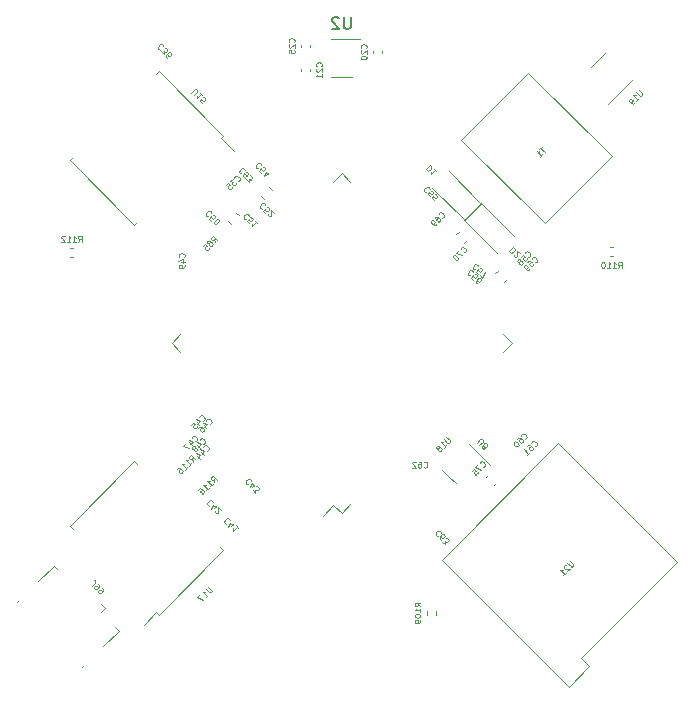
<source format=gbr>
G04 #@! TF.GenerationSoftware,KiCad,Pcbnew,5.99.0-unknown-29c2f3b7d4~131~ubuntu20.04.1*
G04 #@! TF.CreationDate,2021-09-13T23:51:00+03:00*
G04 #@! TF.ProjectId,FreeEEG32-alpha131,46726565-4545-4473-9332-2d616c706861,rev?*
G04 #@! TF.SameCoordinates,Original*
G04 #@! TF.FileFunction,Legend,Bot*
G04 #@! TF.FilePolarity,Positive*
%FSLAX46Y46*%
G04 Gerber Fmt 4.6, Leading zero omitted, Abs format (unit mm)*
G04 Created by KiCad (PCBNEW 5.99.0-unknown-29c2f3b7d4~131~ubuntu20.04.1) date 2021-09-13 23:51:00*
%MOMM*%
%LPD*%
G01*
G04 APERTURE LIST*
%ADD10C,0.075000*%
%ADD11C,0.150000*%
%ADD12C,0.120000*%
G04 APERTURE END LIST*
D10*
X25154730Y21421991D02*
X25440940Y21135781D01*
X25457775Y21085273D01*
X25457775Y21051602D01*
X25440940Y21001094D01*
X25373596Y20933750D01*
X25323088Y20916915D01*
X25289417Y20916915D01*
X25238909Y20933750D01*
X24952699Y21219960D01*
X24952699Y20512854D02*
X25154730Y20714884D01*
X25053714Y20613869D02*
X24700161Y20967422D01*
X24784340Y20950586D01*
X24851684Y20950586D01*
X24902192Y20967422D01*
X24784340Y20344495D02*
X24716997Y20277151D01*
X24666489Y20260315D01*
X24632818Y20260315D01*
X24548638Y20277151D01*
X24464459Y20327659D01*
X24329772Y20462346D01*
X24312936Y20512854D01*
X24312936Y20546525D01*
X24329772Y20597033D01*
X24397115Y20664376D01*
X24447623Y20681212D01*
X24481295Y20681212D01*
X24531802Y20664376D01*
X24615982Y20580197D01*
X24632818Y20529689D01*
X24632818Y20496018D01*
X24615982Y20445510D01*
X24548638Y20378167D01*
X24498131Y20361331D01*
X24464459Y20361331D01*
X24413951Y20378167D01*
X-12397247Y-8331784D02*
X-12363575Y-8331784D01*
X-12296232Y-8298112D01*
X-12262560Y-8264441D01*
X-12228888Y-8197097D01*
X-12228888Y-8129754D01*
X-12245724Y-8079246D01*
X-12296232Y-7995067D01*
X-12346739Y-7944559D01*
X-12430919Y-7894051D01*
X-12481426Y-7877216D01*
X-12548770Y-7877216D01*
X-12616113Y-7910887D01*
X-12649785Y-7944559D01*
X-12683457Y-8011903D01*
X-12683457Y-8045574D01*
X-12902323Y-8432800D02*
X-12666621Y-8668502D01*
X-12952831Y-8213933D02*
X-12616113Y-8382292D01*
X-12834980Y-8601158D01*
X-13171697Y-8466471D02*
X-13407400Y-8702174D01*
X-12902323Y-8904204D01*
X-7848015Y10767553D02*
X-7848015Y10801225D01*
X-7881687Y10868568D01*
X-7915358Y10902240D01*
X-7982702Y10935912D01*
X-8050045Y10935912D01*
X-8100553Y10919076D01*
X-8184732Y10868568D01*
X-8235240Y10818061D01*
X-8285748Y10733881D01*
X-8302583Y10683374D01*
X-8302583Y10616030D01*
X-8268912Y10548687D01*
X-8235240Y10515015D01*
X-8167896Y10481343D01*
X-8134225Y10481343D01*
X-7848015Y10127790D02*
X-8016374Y10296148D01*
X-7864851Y10481343D01*
X-7864851Y10447671D01*
X-7848015Y10397164D01*
X-7763835Y10312984D01*
X-7713328Y10296148D01*
X-7679656Y10296148D01*
X-7629148Y10312984D01*
X-7544969Y10397164D01*
X-7528133Y10447671D01*
X-7528133Y10481343D01*
X-7544969Y10531851D01*
X-7629148Y10616030D01*
X-7679656Y10632866D01*
X-7713328Y10632866D01*
X-7140908Y10127790D02*
X-7342938Y10329820D01*
X-7241923Y10228805D02*
X-7595477Y9875251D01*
X-7578641Y9959431D01*
X-7578641Y10026774D01*
X-7595477Y10077282D01*
X16355553Y-8763584D02*
X16389225Y-8763584D01*
X16456568Y-8729912D01*
X16490240Y-8696241D01*
X16523912Y-8628897D01*
X16523912Y-8561554D01*
X16507076Y-8511046D01*
X16456568Y-8426867D01*
X16406061Y-8376359D01*
X16321881Y-8325851D01*
X16271374Y-8309016D01*
X16204030Y-8309016D01*
X16136687Y-8342687D01*
X16103015Y-8376359D01*
X16069343Y-8443703D01*
X16069343Y-8477374D01*
X15732625Y-8746748D02*
X15799969Y-8679405D01*
X15850477Y-8662569D01*
X15884148Y-8662569D01*
X15968328Y-8679405D01*
X16052507Y-8729912D01*
X16187194Y-8864600D01*
X16204030Y-8915107D01*
X16204030Y-8948779D01*
X16187194Y-8999287D01*
X16119851Y-9066630D01*
X16069343Y-9083466D01*
X16035671Y-9083466D01*
X15985164Y-9066630D01*
X15900984Y-8982451D01*
X15884148Y-8931943D01*
X15884148Y-8898271D01*
X15900984Y-8847764D01*
X15968328Y-8780420D01*
X16018835Y-8763584D01*
X16052507Y-8763584D01*
X16103015Y-8780420D01*
X15715790Y-9470691D02*
X15917820Y-9268661D01*
X15816805Y-9369676D02*
X15463251Y-9016122D01*
X15547431Y-9032958D01*
X15614774Y-9032958D01*
X15665282Y-9016122D01*
X-11178046Y-6858584D02*
X-11144374Y-6858584D01*
X-11077031Y-6824912D01*
X-11043359Y-6791241D01*
X-11009687Y-6723897D01*
X-11009687Y-6656554D01*
X-11026523Y-6606046D01*
X-11077031Y-6521867D01*
X-11127538Y-6471359D01*
X-11211718Y-6420851D01*
X-11262225Y-6404016D01*
X-11329569Y-6404016D01*
X-11396912Y-6437687D01*
X-11430584Y-6471359D01*
X-11464256Y-6538703D01*
X-11464256Y-6572374D01*
X-11683122Y-6959599D02*
X-11447420Y-7195302D01*
X-11733630Y-6740733D02*
X-11396912Y-6909092D01*
X-11615779Y-7127958D01*
X-12137691Y-7178466D02*
X-12070348Y-7111122D01*
X-12019840Y-7094287D01*
X-11986168Y-7094287D01*
X-11901989Y-7111122D01*
X-11817809Y-7161630D01*
X-11683122Y-7296317D01*
X-11666287Y-7346825D01*
X-11666287Y-7380496D01*
X-11683122Y-7431004D01*
X-11750466Y-7498348D01*
X-11800974Y-7515183D01*
X-11834645Y-7515183D01*
X-11885153Y-7498348D01*
X-11969332Y-7414168D01*
X-11986168Y-7363661D01*
X-11986168Y-7329989D01*
X-11969332Y-7279481D01*
X-11901989Y-7212138D01*
X-11851481Y-7195302D01*
X-11817809Y-7195302D01*
X-11767302Y-7212138D01*
X-11023015Y10996153D02*
X-11023015Y11029825D01*
X-11056687Y11097168D01*
X-11090358Y11130840D01*
X-11157702Y11164512D01*
X-11225045Y11164512D01*
X-11275553Y11147676D01*
X-11359732Y11097168D01*
X-11410240Y11046661D01*
X-11460748Y10962481D01*
X-11477583Y10911974D01*
X-11477583Y10844630D01*
X-11443912Y10777287D01*
X-11410240Y10743615D01*
X-11342896Y10709943D01*
X-11309225Y10709943D01*
X-11023015Y10356390D02*
X-11191374Y10524748D01*
X-11039851Y10709943D01*
X-11039851Y10676271D01*
X-11023015Y10625764D01*
X-10938835Y10541584D01*
X-10888328Y10524748D01*
X-10854656Y10524748D01*
X-10804148Y10541584D01*
X-10719969Y10625764D01*
X-10703133Y10676271D01*
X-10703133Y10709943D01*
X-10719969Y10760451D01*
X-10804148Y10844630D01*
X-10854656Y10861466D01*
X-10888328Y10861466D01*
X-10787312Y10120687D02*
X-10753641Y10087016D01*
X-10703133Y10070180D01*
X-10669461Y10070180D01*
X-10618954Y10087016D01*
X-10534774Y10137523D01*
X-10450595Y10221703D01*
X-10400087Y10305882D01*
X-10383251Y10356390D01*
X-10383251Y10390061D01*
X-10400087Y10440569D01*
X-10433759Y10474241D01*
X-10484267Y10491077D01*
X-10517938Y10491077D01*
X-10568446Y10474241D01*
X-10652625Y10423733D01*
X-10736805Y10339554D01*
X-10787312Y10255374D01*
X-10804148Y10204867D01*
X-10804148Y10171195D01*
X-10787312Y10120687D01*
X8854720Y-7953854D02*
X9140930Y-8240064D01*
X9157765Y-8290572D01*
X9157765Y-8324243D01*
X9140930Y-8374751D01*
X9073586Y-8442095D01*
X9023078Y-8458930D01*
X8989407Y-8458930D01*
X8938899Y-8442095D01*
X8652689Y-8155885D01*
X8652689Y-8862991D02*
X8854720Y-8660961D01*
X8753704Y-8761976D02*
X8400151Y-8408423D01*
X8484330Y-8425259D01*
X8551674Y-8425259D01*
X8602182Y-8408423D01*
X8248628Y-8862991D02*
X8265464Y-8812484D01*
X8265464Y-8778812D01*
X8248628Y-8728304D01*
X8231792Y-8711469D01*
X8181285Y-8694633D01*
X8147613Y-8694633D01*
X8097105Y-8711469D01*
X8029762Y-8778812D01*
X8012926Y-8829320D01*
X8012926Y-8862991D01*
X8029762Y-8913499D01*
X8046598Y-8930335D01*
X8097105Y-8947171D01*
X8130777Y-8947171D01*
X8181285Y-8930335D01*
X8248628Y-8862991D01*
X8299136Y-8846156D01*
X8332808Y-8846156D01*
X8383315Y-8862991D01*
X8450659Y-8930335D01*
X8467495Y-8980843D01*
X8467495Y-9014514D01*
X8450659Y-9065022D01*
X8383315Y-9132365D01*
X8332808Y-9149201D01*
X8299136Y-9149201D01*
X8248628Y-9132365D01*
X8181285Y-9065022D01*
X8164449Y-9014514D01*
X8164449Y-8980843D01*
X8181285Y-8930335D01*
X-12601616Y-10051297D02*
X-12652123Y-9765087D01*
X-12399585Y-9849267D02*
X-12753138Y-9495713D01*
X-12887825Y-9630400D01*
X-12904661Y-9680908D01*
X-12904661Y-9714580D01*
X-12887825Y-9765087D01*
X-12837318Y-9815595D01*
X-12786810Y-9832431D01*
X-12753138Y-9832431D01*
X-12702631Y-9815595D01*
X-12567944Y-9680908D01*
X-12938333Y-10388015D02*
X-12736303Y-10185984D01*
X-12837318Y-10287000D02*
X-13190871Y-9933446D01*
X-13106692Y-9950282D01*
X-13039348Y-9950282D01*
X-12988841Y-9933446D01*
X-13275051Y-10724732D02*
X-13073020Y-10522702D01*
X-13174035Y-10623717D02*
X-13527589Y-10270164D01*
X-13443409Y-10287000D01*
X-13376066Y-10287000D01*
X-13325558Y-10270164D01*
X-13931650Y-10674225D02*
X-13864306Y-10606881D01*
X-13813799Y-10590045D01*
X-13780127Y-10590045D01*
X-13695948Y-10606881D01*
X-13611768Y-10657389D01*
X-13477081Y-10792076D01*
X-13460245Y-10842583D01*
X-13460245Y-10876255D01*
X-13477081Y-10926763D01*
X-13544425Y-10994106D01*
X-13594932Y-11010942D01*
X-13628604Y-11010942D01*
X-13679112Y-10994106D01*
X-13763291Y-10909927D01*
X-13780127Y-10859419D01*
X-13780127Y-10825748D01*
X-13763291Y-10775240D01*
X-13695948Y-10707896D01*
X-13645440Y-10691061D01*
X-13611768Y-10691061D01*
X-13561261Y-10707896D01*
X-11312879Y-20628454D02*
X-11026669Y-20914664D01*
X-11009834Y-20965172D01*
X-11009834Y-20998843D01*
X-11026669Y-21049351D01*
X-11094013Y-21116695D01*
X-11144521Y-21133530D01*
X-11178192Y-21133530D01*
X-11228700Y-21116695D01*
X-11514910Y-20830485D01*
X-11514910Y-21537591D02*
X-11312879Y-21335561D01*
X-11413895Y-21436576D02*
X-11767448Y-21083023D01*
X-11683269Y-21099859D01*
X-11615925Y-21099859D01*
X-11565417Y-21083023D01*
X-11986314Y-21301889D02*
X-12222017Y-21537591D01*
X-11716940Y-21739622D01*
X16380953Y6806616D02*
X16414625Y6806616D01*
X16481968Y6840288D01*
X16515640Y6873959D01*
X16549312Y6941303D01*
X16549312Y7008646D01*
X16532476Y7059154D01*
X16481968Y7143333D01*
X16431461Y7193841D01*
X16347281Y7244349D01*
X16296774Y7261184D01*
X16229430Y7261184D01*
X16162087Y7227513D01*
X16128415Y7193841D01*
X16094743Y7126497D01*
X16094743Y7092826D01*
X15741190Y6806616D02*
X15909548Y6974975D01*
X16094743Y6823452D01*
X16061071Y6823452D01*
X16010564Y6806616D01*
X15926384Y6722436D01*
X15909548Y6671929D01*
X15909548Y6638257D01*
X15926384Y6587749D01*
X16010564Y6503570D01*
X16061071Y6486734D01*
X16094743Y6486734D01*
X16145251Y6503570D01*
X16229430Y6587749D01*
X16246266Y6638257D01*
X16246266Y6671929D01*
X15909548Y6267868D02*
X15842205Y6200524D01*
X15791697Y6183688D01*
X15758025Y6183688D01*
X15673846Y6200524D01*
X15589667Y6251032D01*
X15454980Y6385719D01*
X15438144Y6436226D01*
X15438144Y6469898D01*
X15454980Y6520406D01*
X15522323Y6587749D01*
X15572831Y6604585D01*
X15606503Y6604585D01*
X15657010Y6587749D01*
X15741190Y6503570D01*
X15758025Y6453062D01*
X15758025Y6419391D01*
X15741190Y6368883D01*
X15673846Y6301539D01*
X15623338Y6284704D01*
X15589667Y6284704D01*
X15539159Y6301539D01*
X14554784Y8117097D02*
X14201231Y7763544D01*
X14285410Y7679365D01*
X14352754Y7645693D01*
X14420097Y7645693D01*
X14470605Y7662529D01*
X14554784Y7713036D01*
X14605292Y7763544D01*
X14655800Y7847723D01*
X14672635Y7898231D01*
X14672635Y7965575D01*
X14638964Y8032918D01*
X14554784Y8117097D01*
X14571620Y7460498D02*
X14571620Y7426826D01*
X14588456Y7376319D01*
X14672635Y7292139D01*
X14723143Y7275304D01*
X14756815Y7275304D01*
X14807322Y7292139D01*
X14840994Y7325811D01*
X14874666Y7393155D01*
X14874666Y7797216D01*
X15093532Y7578349D01*
X11557584Y6500353D02*
X11557584Y6534025D01*
X11523912Y6601368D01*
X11490241Y6635040D01*
X11422897Y6668712D01*
X11355554Y6668712D01*
X11305046Y6651876D01*
X11220867Y6601368D01*
X11170359Y6550861D01*
X11119851Y6466681D01*
X11103016Y6416174D01*
X11103016Y6348830D01*
X11136687Y6281487D01*
X11170359Y6247815D01*
X11237703Y6214143D01*
X11271374Y6214143D01*
X11557584Y5860590D02*
X11389225Y6028948D01*
X11540748Y6214143D01*
X11540748Y6180471D01*
X11557584Y6129964D01*
X11641764Y6045784D01*
X11692271Y6028948D01*
X11725943Y6028948D01*
X11776451Y6045784D01*
X11860630Y6129964D01*
X11877466Y6180471D01*
X11877466Y6214143D01*
X11860630Y6264651D01*
X11776451Y6348830D01*
X11725943Y6365666D01*
X11692271Y6365666D01*
X11692271Y5725903D02*
X11927974Y5490200D01*
X12130004Y5995277D01*
X-7670214Y-11686046D02*
X-7670214Y-11652374D01*
X-7703886Y-11585031D01*
X-7737557Y-11551359D01*
X-7804901Y-11517687D01*
X-7872244Y-11517687D01*
X-7922752Y-11534523D01*
X-8006931Y-11585031D01*
X-8057439Y-11635538D01*
X-8107947Y-11719718D01*
X-8124782Y-11770225D01*
X-8124782Y-11837569D01*
X-8091111Y-11904912D01*
X-8057439Y-11938584D01*
X-7990095Y-11972256D01*
X-7956424Y-11972256D01*
X-7569199Y-12191122D02*
X-7333496Y-11955420D01*
X-7788065Y-12241630D02*
X-7619706Y-11904912D01*
X-7400840Y-12123779D01*
X-7535527Y-12460496D02*
X-7316660Y-12679363D01*
X-7299824Y-12426825D01*
X-7249317Y-12477332D01*
X-7198809Y-12494168D01*
X-7165137Y-12494168D01*
X-7114630Y-12477332D01*
X-7030450Y-12393153D01*
X-7013615Y-12342645D01*
X-7013615Y-12308974D01*
X-7030450Y-12258466D01*
X-7131466Y-12157451D01*
X-7181973Y-12140615D01*
X-7215645Y-12140615D01*
X10355773Y7655175D02*
X10389445Y7655175D01*
X10456788Y7688847D01*
X10490460Y7722518D01*
X10524132Y7789862D01*
X10524132Y7857205D01*
X10507296Y7907713D01*
X10456788Y7991892D01*
X10406281Y8042400D01*
X10322101Y8092908D01*
X10271594Y8109743D01*
X10204250Y8109743D01*
X10136907Y8076072D01*
X10103235Y8042400D01*
X10069563Y7975056D01*
X10069563Y7941385D01*
X9918040Y7857205D02*
X9682338Y7621503D01*
X10187414Y7419472D01*
X9480307Y7419472D02*
X9446636Y7385801D01*
X9429800Y7335293D01*
X9429800Y7301621D01*
X9446636Y7251114D01*
X9497143Y7166934D01*
X9581323Y7082755D01*
X9665502Y7032247D01*
X9716010Y7015411D01*
X9749681Y7015411D01*
X9800189Y7032247D01*
X9833861Y7065919D01*
X9850697Y7116427D01*
X9850697Y7150098D01*
X9833861Y7200606D01*
X9783353Y7284785D01*
X9699174Y7368965D01*
X9614994Y7419472D01*
X9564487Y7436308D01*
X9530815Y7436308D01*
X9480307Y7419472D01*
X7450104Y13035973D02*
X7450104Y13069645D01*
X7416432Y13136988D01*
X7382761Y13170660D01*
X7315417Y13204332D01*
X7248074Y13204332D01*
X7197566Y13187496D01*
X7113387Y13136988D01*
X7062879Y13086481D01*
X7012371Y13002301D01*
X6995536Y12951794D01*
X6995536Y12884450D01*
X7029207Y12817107D01*
X7062879Y12783435D01*
X7130223Y12749763D01*
X7163894Y12749763D01*
X7450104Y12396210D02*
X7281745Y12564568D01*
X7433268Y12749763D01*
X7433268Y12716091D01*
X7450104Y12665584D01*
X7534284Y12581404D01*
X7584791Y12564568D01*
X7618463Y12564568D01*
X7668971Y12581404D01*
X7753150Y12665584D01*
X7769986Y12716091D01*
X7769986Y12749763D01*
X7753150Y12800271D01*
X7668971Y12884450D01*
X7618463Y12901286D01*
X7584791Y12901286D01*
X7786822Y12059492D02*
X7618463Y12227851D01*
X7769986Y12413045D01*
X7769986Y12379374D01*
X7786822Y12328866D01*
X7871001Y12244687D01*
X7921509Y12227851D01*
X7955181Y12227851D01*
X8005688Y12244687D01*
X8089868Y12328866D01*
X8106703Y12379374D01*
X8106703Y12413045D01*
X8089868Y12463553D01*
X8005688Y12547732D01*
X7955181Y12564568D01*
X7921509Y12564568D01*
X-10921415Y-13489446D02*
X-10921415Y-13455774D01*
X-10955087Y-13388431D01*
X-10988758Y-13354759D01*
X-11056102Y-13321087D01*
X-11123445Y-13321087D01*
X-11173953Y-13337923D01*
X-11258132Y-13388431D01*
X-11308640Y-13438938D01*
X-11359148Y-13523118D01*
X-11375983Y-13573625D01*
X-11375983Y-13640969D01*
X-11342312Y-13708312D01*
X-11308640Y-13741984D01*
X-11241296Y-13775656D01*
X-11207625Y-13775656D01*
X-10820400Y-13994522D02*
X-10584697Y-13758820D01*
X-11039266Y-14045030D02*
X-10870907Y-13708312D01*
X-10652041Y-13927179D01*
X-10736220Y-14247061D02*
X-10736220Y-14280732D01*
X-10719384Y-14331240D01*
X-10635205Y-14415419D01*
X-10584697Y-14432255D01*
X-10551025Y-14432255D01*
X-10500518Y-14415419D01*
X-10466846Y-14381748D01*
X-10433174Y-14314404D01*
X-10433174Y-13910343D01*
X-10214308Y-14129209D01*
X-10772816Y-11803897D02*
X-10823323Y-11517687D01*
X-10570785Y-11601867D02*
X-10924338Y-11248313D01*
X-11059025Y-11383000D01*
X-11075861Y-11433508D01*
X-11075861Y-11467180D01*
X-11059025Y-11517687D01*
X-11008518Y-11568195D01*
X-10958010Y-11585031D01*
X-10924338Y-11585031D01*
X-10873831Y-11568195D01*
X-10739144Y-11433508D01*
X-11109533Y-12140615D02*
X-10907503Y-11938584D01*
X-11008518Y-12039600D02*
X-11362071Y-11686046D01*
X-11277892Y-11702882D01*
X-11210548Y-11702882D01*
X-11160041Y-11686046D01*
X-11446251Y-12477332D02*
X-11244220Y-12275302D01*
X-11345235Y-12376317D02*
X-11698789Y-12022764D01*
X-11614609Y-12039600D01*
X-11547266Y-12039600D01*
X-11496758Y-12022764D01*
X-12119686Y-12443661D02*
X-11951327Y-12275302D01*
X-11766132Y-12426825D01*
X-11799804Y-12426825D01*
X-11850312Y-12443661D01*
X-11934491Y-12527840D01*
X-11951327Y-12578348D01*
X-11951327Y-12612019D01*
X-11934491Y-12662527D01*
X-11850312Y-12746706D01*
X-11799804Y-12763542D01*
X-11766132Y-12763542D01*
X-11715625Y-12746706D01*
X-11631445Y-12662527D01*
X-11614609Y-12612019D01*
X-11614609Y-12578348D01*
X-8203615Y14628353D02*
X-8203615Y14662025D01*
X-8237287Y14729368D01*
X-8270958Y14763040D01*
X-8338302Y14796712D01*
X-8405645Y14796712D01*
X-8456153Y14779876D01*
X-8540332Y14729368D01*
X-8590840Y14678861D01*
X-8641348Y14594681D01*
X-8658183Y14544174D01*
X-8658183Y14476830D01*
X-8624512Y14409487D01*
X-8590840Y14375815D01*
X-8523496Y14342143D01*
X-8489825Y14342143D01*
X-8203615Y13988590D02*
X-8371974Y14156948D01*
X-8220451Y14342143D01*
X-8220451Y14308471D01*
X-8203615Y14257964D01*
X-8119435Y14173784D01*
X-8068928Y14156948D01*
X-8035256Y14156948D01*
X-7984748Y14173784D01*
X-7900569Y14257964D01*
X-7883733Y14308471D01*
X-7883733Y14342143D01*
X-7900569Y14392651D01*
X-7984748Y14476830D01*
X-8035256Y14493666D01*
X-8068928Y14493666D01*
X-8068928Y13853903D02*
X-7850061Y13635036D01*
X-7833225Y13887574D01*
X-7782718Y13837067D01*
X-7732210Y13820231D01*
X-7698538Y13820231D01*
X-7648031Y13837067D01*
X-7563851Y13921246D01*
X-7547016Y13971754D01*
X-7547016Y14005425D01*
X-7563851Y14055933D01*
X-7664867Y14156948D01*
X-7715374Y14173784D01*
X-7749046Y14173784D01*
X-11711446Y-8534984D02*
X-11677774Y-8534984D01*
X-11610431Y-8501312D01*
X-11576759Y-8467641D01*
X-11543087Y-8400297D01*
X-11543087Y-8332954D01*
X-11559923Y-8282446D01*
X-11610431Y-8198267D01*
X-11660938Y-8147759D01*
X-11745118Y-8097251D01*
X-11795625Y-8080416D01*
X-11862969Y-8080416D01*
X-11930312Y-8114087D01*
X-11963984Y-8147759D01*
X-11997656Y-8215103D01*
X-11997656Y-8248774D01*
X-12216522Y-8636000D02*
X-11980820Y-8871702D01*
X-12267030Y-8417133D02*
X-11930312Y-8585492D01*
X-12149179Y-8804358D01*
X-12418553Y-8905374D02*
X-12401717Y-8854866D01*
X-12401717Y-8821194D01*
X-12418553Y-8770687D01*
X-12435389Y-8753851D01*
X-12485896Y-8737015D01*
X-12519568Y-8737015D01*
X-12570076Y-8753851D01*
X-12637419Y-8821194D01*
X-12654255Y-8871702D01*
X-12654255Y-8905374D01*
X-12637419Y-8955881D01*
X-12620583Y-8972717D01*
X-12570076Y-8989553D01*
X-12536404Y-8989553D01*
X-12485896Y-8972717D01*
X-12418553Y-8905374D01*
X-12368045Y-8888538D01*
X-12334374Y-8888538D01*
X-12283866Y-8905374D01*
X-12216522Y-8972717D01*
X-12199687Y-9023225D01*
X-12199687Y-9056896D01*
X-12216522Y-9107404D01*
X-12283866Y-9174748D01*
X-12334374Y-9191583D01*
X-12368045Y-9191583D01*
X-12418553Y-9174748D01*
X-12485896Y-9107404D01*
X-12502732Y-9056896D01*
X-12502732Y-9023225D01*
X-12485896Y-8972717D01*
X-12721928Y21173537D02*
X-12435718Y21459747D01*
X-12385210Y21476582D01*
X-12351539Y21476582D01*
X-12301031Y21459747D01*
X-12233687Y21392403D01*
X-12216852Y21341895D01*
X-12216852Y21308224D01*
X-12233687Y21257716D01*
X-12519897Y20971506D01*
X-11812791Y20971506D02*
X-12014821Y21173537D01*
X-11913806Y21072521D02*
X-12267359Y20718968D01*
X-12250523Y20803147D01*
X-12250523Y20870491D01*
X-12267359Y20920999D01*
X-11846462Y20298071D02*
X-12014821Y20466430D01*
X-11863298Y20651625D01*
X-11863298Y20617953D01*
X-11846462Y20567445D01*
X-11762283Y20483266D01*
X-11711775Y20466430D01*
X-11678104Y20466430D01*
X-11627596Y20483266D01*
X-11543417Y20567445D01*
X-11526581Y20617953D01*
X-11526581Y20651625D01*
X-11543417Y20702132D01*
X-11627596Y20786312D01*
X-11678104Y20803147D01*
X-11711775Y20803147D01*
X-8790446Y13690015D02*
X-8756774Y13690015D01*
X-8689431Y13723687D01*
X-8655759Y13757358D01*
X-8622087Y13824702D01*
X-8622087Y13892045D01*
X-8638923Y13942553D01*
X-8689431Y14026732D01*
X-8739938Y14077240D01*
X-8824118Y14127748D01*
X-8874625Y14144583D01*
X-8941969Y14144583D01*
X-9009312Y14110912D01*
X-9042984Y14077240D01*
X-9076656Y14009896D01*
X-9076656Y13976225D01*
X-9228179Y13892045D02*
X-9447045Y13673179D01*
X-9194507Y13656343D01*
X-9245015Y13605835D01*
X-9261851Y13555328D01*
X-9261851Y13521656D01*
X-9245015Y13471148D01*
X-9160835Y13386969D01*
X-9110328Y13370133D01*
X-9076656Y13370133D01*
X-9026148Y13386969D01*
X-8925133Y13487984D01*
X-8908297Y13538492D01*
X-8908297Y13572164D01*
X-9766927Y13353297D02*
X-9598568Y13521656D01*
X-9413374Y13370133D01*
X-9447045Y13370133D01*
X-9497553Y13353297D01*
X-9581732Y13269118D01*
X-9598568Y13218610D01*
X-9598568Y13184938D01*
X-9581732Y13134431D01*
X-9497553Y13050251D01*
X-9447045Y13033416D01*
X-9413374Y13033416D01*
X-9362866Y13050251D01*
X-9278687Y13134431D01*
X-9261851Y13184938D01*
X-9261851Y13218610D01*
X-21138952Y-20566532D02*
X-20886414Y-20313994D01*
X-20852742Y-20246651D01*
X-20852742Y-20179307D01*
X-20886414Y-20111964D01*
X-20920086Y-20078292D01*
X-20600204Y-20398173D02*
X-20532860Y-20465517D01*
X-20516025Y-20516025D01*
X-20516025Y-20549696D01*
X-20532860Y-20633876D01*
X-20583368Y-20718055D01*
X-20718055Y-20852742D01*
X-20768563Y-20869578D01*
X-20802234Y-20869578D01*
X-20852742Y-20852742D01*
X-20920086Y-20785399D01*
X-20936921Y-20734891D01*
X-20936921Y-20701219D01*
X-20920086Y-20650712D01*
X-20835906Y-20566532D01*
X-20785399Y-20549696D01*
X-20751727Y-20549696D01*
X-20701219Y-20566532D01*
X-20633876Y-20633876D01*
X-20617040Y-20684383D01*
X-20617040Y-20718055D01*
X-20633876Y-20768563D01*
X-20263486Y-20734891D02*
X-20196143Y-20802234D01*
X-20179307Y-20852742D01*
X-20179307Y-20886414D01*
X-20196143Y-20970593D01*
X-20246651Y-21054773D01*
X-20381338Y-21189460D01*
X-20431845Y-21206295D01*
X-20465517Y-21206295D01*
X-20516025Y-21189460D01*
X-20583368Y-21122116D01*
X-20600204Y-21071608D01*
X-20600204Y-21037937D01*
X-20583368Y-20987429D01*
X-20499189Y-20903250D01*
X-20448681Y-20886414D01*
X-20415009Y-20886414D01*
X-20364502Y-20903250D01*
X-20297158Y-20970593D01*
X-20280322Y-21021101D01*
X-20280322Y-21054773D01*
X-20297158Y-21105280D01*
X19316475Y-18443699D02*
X19602685Y-18729909D01*
X19619520Y-18780417D01*
X19619520Y-18814088D01*
X19602685Y-18864596D01*
X19535341Y-18931940D01*
X19484833Y-18948775D01*
X19451162Y-18948775D01*
X19400654Y-18931940D01*
X19114444Y-18645730D01*
X18996593Y-18830924D02*
X18962921Y-18830924D01*
X18912414Y-18847760D01*
X18828234Y-18931940D01*
X18811398Y-18982447D01*
X18811398Y-19016119D01*
X18828234Y-19066627D01*
X18861906Y-19100298D01*
X18929250Y-19133970D01*
X19333311Y-19133970D01*
X19114444Y-19352836D01*
X18777727Y-19689554D02*
X18979757Y-19487523D01*
X18878742Y-19588539D02*
X18525189Y-19234985D01*
X18609368Y-19251821D01*
X18676711Y-19251821D01*
X18727219Y-19234985D01*
X8407984Y-16054846D02*
X8407984Y-16021174D01*
X8374312Y-15953831D01*
X8340641Y-15920159D01*
X8273297Y-15886487D01*
X8205954Y-15886487D01*
X8155446Y-15903323D01*
X8071267Y-15953831D01*
X8020759Y-16004338D01*
X7970251Y-16088518D01*
X7953416Y-16139025D01*
X7953416Y-16206369D01*
X7987087Y-16273712D01*
X8020759Y-16307384D01*
X8088103Y-16341056D01*
X8121774Y-16341056D01*
X8391148Y-16677774D02*
X8323805Y-16610430D01*
X8306969Y-16559922D01*
X8306969Y-16526251D01*
X8323805Y-16442071D01*
X8374312Y-16357892D01*
X8509000Y-16223205D01*
X8559507Y-16206369D01*
X8593179Y-16206369D01*
X8643687Y-16223205D01*
X8711030Y-16290548D01*
X8727866Y-16341056D01*
X8727866Y-16374728D01*
X8711030Y-16425235D01*
X8626851Y-16509415D01*
X8576343Y-16526251D01*
X8542671Y-16526251D01*
X8492164Y-16509415D01*
X8424820Y-16442071D01*
X8407984Y-16391564D01*
X8407984Y-16357892D01*
X8424820Y-16307384D01*
X8542671Y-16829296D02*
X8761538Y-17048163D01*
X8778374Y-16795625D01*
X8828881Y-16846132D01*
X8879389Y-16862968D01*
X8913061Y-16862968D01*
X8963568Y-16846132D01*
X9047748Y-16761953D01*
X9064583Y-16711445D01*
X9064583Y-16677774D01*
X9047748Y-16627266D01*
X8946732Y-16526251D01*
X8896225Y-16509415D01*
X8862553Y-16509415D01*
X-6806615Y15060153D02*
X-6806615Y15093825D01*
X-6840287Y15161168D01*
X-6873958Y15194840D01*
X-6941302Y15228512D01*
X-7008645Y15228512D01*
X-7059153Y15211676D01*
X-7143332Y15161168D01*
X-7193840Y15110661D01*
X-7244348Y15026481D01*
X-7261183Y14975974D01*
X-7261183Y14908630D01*
X-7227512Y14841287D01*
X-7193840Y14807615D01*
X-7126496Y14773943D01*
X-7092825Y14773943D01*
X-6806615Y14420390D02*
X-6974974Y14588748D01*
X-6823451Y14773943D01*
X-6823451Y14740271D01*
X-6806615Y14689764D01*
X-6722435Y14605584D01*
X-6671928Y14588748D01*
X-6638256Y14588748D01*
X-6587748Y14605584D01*
X-6503569Y14689764D01*
X-6486733Y14740271D01*
X-6486733Y14773943D01*
X-6503569Y14824451D01*
X-6587748Y14908630D01*
X-6638256Y14925466D01*
X-6671928Y14925466D01*
X-6368882Y14218359D02*
X-6133180Y14454061D01*
X-6587748Y14167851D02*
X-6419390Y14504569D01*
X-6200523Y14285703D01*
X7493584Y15051296D02*
X7140031Y14697743D01*
X7224210Y14613564D01*
X7291554Y14579892D01*
X7358897Y14579892D01*
X7409405Y14596728D01*
X7493584Y14647235D01*
X7544092Y14697743D01*
X7594599Y14781922D01*
X7611435Y14832430D01*
X7611435Y14899774D01*
X7577764Y14967117D01*
X7493584Y15051296D01*
X8032332Y14512548D02*
X7830302Y14714579D01*
X7931317Y14613564D02*
X7577764Y14260010D01*
X7594600Y14344190D01*
X7594600Y14411533D01*
X7577764Y14462041D01*
X6948494Y-10506069D02*
X6972304Y-10529878D01*
X7043732Y-10553688D01*
X7091351Y-10553688D01*
X7162780Y-10529878D01*
X7210399Y-10482259D01*
X7234208Y-10434640D01*
X7258018Y-10339402D01*
X7258018Y-10267974D01*
X7234208Y-10172736D01*
X7210399Y-10125117D01*
X7162780Y-10077498D01*
X7091351Y-10053688D01*
X7043732Y-10053688D01*
X6972304Y-10077498D01*
X6948494Y-10101307D01*
X6519923Y-10053688D02*
X6615161Y-10053688D01*
X6662780Y-10077498D01*
X6686589Y-10101307D01*
X6734208Y-10172736D01*
X6758018Y-10267974D01*
X6758018Y-10458450D01*
X6734208Y-10506069D01*
X6710399Y-10529878D01*
X6662780Y-10553688D01*
X6567542Y-10553688D01*
X6519923Y-10529878D01*
X6496113Y-10506069D01*
X6472304Y-10458450D01*
X6472304Y-10339402D01*
X6496113Y-10291783D01*
X6519923Y-10267974D01*
X6567542Y-10244164D01*
X6662780Y-10244164D01*
X6710399Y-10267974D01*
X6734208Y-10291783D01*
X6758018Y-10339402D01*
X6281827Y-10101307D02*
X6258018Y-10077498D01*
X6210399Y-10053688D01*
X6091351Y-10053688D01*
X6043732Y-10077498D01*
X6019923Y-10101307D01*
X5996113Y-10148926D01*
X5996113Y-10196545D01*
X6019923Y-10267974D01*
X6305637Y-10553688D01*
X5996113Y-10553688D01*
X-10737974Y8500143D02*
X-10788482Y8786353D01*
X-10535944Y8702174D02*
X-10889497Y9055727D01*
X-11024184Y8921040D01*
X-11041020Y8870532D01*
X-11041020Y8836861D01*
X-11024184Y8786353D01*
X-10973677Y8735845D01*
X-10923169Y8719009D01*
X-10889497Y8719009D01*
X-10838990Y8735845D01*
X-10704303Y8870532D01*
X-11142035Y8500143D02*
X-11125200Y8550651D01*
X-11125199Y8584322D01*
X-11142035Y8634830D01*
X-11158871Y8651666D01*
X-11209379Y8668502D01*
X-11243051Y8668502D01*
X-11293558Y8651666D01*
X-11360902Y8584322D01*
X-11377738Y8533815D01*
X-11377738Y8500143D01*
X-11360902Y8449635D01*
X-11344066Y8432800D01*
X-11293558Y8415964D01*
X-11259887Y8415964D01*
X-11209379Y8432800D01*
X-11142035Y8500143D01*
X-11091528Y8516979D01*
X-11057856Y8516979D01*
X-11007348Y8500143D01*
X-10940005Y8432800D01*
X-10923169Y8382292D01*
X-10923169Y8348620D01*
X-10940005Y8298112D01*
X-11007348Y8230769D01*
X-11057856Y8213933D01*
X-11091528Y8213933D01*
X-11142035Y8230769D01*
X-11209379Y8298112D01*
X-11226215Y8348620D01*
X-11226215Y8382292D01*
X-11209379Y8432800D01*
X-11748127Y8197097D02*
X-11579768Y8365456D01*
X-11394574Y8213933D01*
X-11428245Y8213933D01*
X-11478753Y8197097D01*
X-11562932Y8112918D01*
X-11579768Y8062410D01*
X-11579768Y8028738D01*
X-11562932Y7978231D01*
X-11478753Y7894051D01*
X-11428245Y7877216D01*
X-11394574Y7877216D01*
X-11344066Y7894051D01*
X-11259887Y7978231D01*
X-11243051Y8028738D01*
X-11243051Y8062410D01*
X8506954Y10591215D02*
X8540626Y10591215D01*
X8607969Y10624887D01*
X8641641Y10658558D01*
X8675313Y10725902D01*
X8675313Y10793245D01*
X8658477Y10843753D01*
X8607969Y10927932D01*
X8557462Y10978440D01*
X8473282Y11028948D01*
X8422775Y11045783D01*
X8355431Y11045783D01*
X8288088Y11012112D01*
X8254416Y10978440D01*
X8220744Y10911096D01*
X8220744Y10877425D01*
X7884026Y10608051D02*
X7951370Y10675394D01*
X8001878Y10692230D01*
X8035549Y10692230D01*
X8119729Y10675394D01*
X8203908Y10624887D01*
X8338595Y10490200D01*
X8355431Y10439692D01*
X8355431Y10406020D01*
X8338595Y10355512D01*
X8271252Y10288169D01*
X8220744Y10271333D01*
X8187072Y10271333D01*
X8136565Y10288169D01*
X8052385Y10372348D01*
X8035549Y10422856D01*
X8035549Y10456528D01*
X8052385Y10507035D01*
X8119729Y10574379D01*
X8170236Y10591215D01*
X8203908Y10591215D01*
X8254416Y10574379D01*
X8035549Y10052467D02*
X7968206Y9985123D01*
X7917698Y9968287D01*
X7884026Y9968287D01*
X7799847Y9985123D01*
X7715668Y10035631D01*
X7580981Y10170318D01*
X7564145Y10220825D01*
X7564145Y10254497D01*
X7580981Y10305005D01*
X7648324Y10372348D01*
X7698832Y10389184D01*
X7732504Y10389184D01*
X7783011Y10372348D01*
X7867191Y10288169D01*
X7884026Y10237661D01*
X7884026Y10203990D01*
X7867191Y10153482D01*
X7799847Y10086138D01*
X7749339Y10069303D01*
X7715668Y10069303D01*
X7665160Y10086138D01*
X11151184Y5992353D02*
X11151184Y6026025D01*
X11117512Y6093368D01*
X11083841Y6127040D01*
X11016497Y6160712D01*
X10949154Y6160712D01*
X10898646Y6143876D01*
X10814467Y6093368D01*
X10763959Y6042861D01*
X10713451Y5958681D01*
X10696616Y5908174D01*
X10696616Y5840830D01*
X10730287Y5773487D01*
X10763959Y5739815D01*
X10831303Y5706143D01*
X10864974Y5706143D01*
X11151184Y5352590D02*
X10982825Y5520948D01*
X11134348Y5706143D01*
X11134348Y5672471D01*
X11151184Y5621964D01*
X11235364Y5537784D01*
X11285871Y5520948D01*
X11319543Y5520948D01*
X11370051Y5537784D01*
X11454230Y5621964D01*
X11471066Y5672471D01*
X11471066Y5706143D01*
X11454230Y5756651D01*
X11370051Y5840830D01*
X11319543Y5857666D01*
X11285871Y5857666D01*
X11471066Y5032708D02*
X11403722Y5100051D01*
X11386887Y5150559D01*
X11386887Y5184231D01*
X11403722Y5268410D01*
X11454230Y5352590D01*
X11588917Y5487277D01*
X11639425Y5504112D01*
X11673096Y5504112D01*
X11723604Y5487277D01*
X11790948Y5419933D01*
X11807783Y5369425D01*
X11807783Y5335754D01*
X11790948Y5285246D01*
X11706768Y5201067D01*
X11656261Y5184231D01*
X11622589Y5184231D01*
X11572081Y5201067D01*
X11504738Y5268410D01*
X11487902Y5318918D01*
X11487902Y5352590D01*
X11504738Y5403097D01*
X-13334228Y7281028D02*
X-13310419Y7304838D01*
X-13286609Y7376266D01*
X-13286609Y7423885D01*
X-13310419Y7495314D01*
X-13358038Y7542933D01*
X-13405657Y7566742D01*
X-13500895Y7590552D01*
X-13572323Y7590552D01*
X-13667561Y7566742D01*
X-13715180Y7542933D01*
X-13762800Y7495314D01*
X-13786609Y7423885D01*
X-13786609Y7376266D01*
X-13762800Y7304838D01*
X-13738990Y7281028D01*
X-13619942Y6852457D02*
X-13286609Y6852457D01*
X-13810419Y6971504D02*
X-13453276Y7090552D01*
X-13453276Y6781028D01*
X-13286609Y6566742D02*
X-13286609Y6471504D01*
X-13310419Y6423885D01*
X-13334228Y6400076D01*
X-13405657Y6352457D01*
X-13500895Y6328647D01*
X-13691371Y6328647D01*
X-13738990Y6352457D01*
X-13762800Y6376266D01*
X-13786609Y6423885D01*
X-13786609Y6519123D01*
X-13762800Y6566742D01*
X-13738990Y6590552D01*
X-13691371Y6614361D01*
X-13572323Y6614361D01*
X-13524704Y6590552D01*
X-13500895Y6566742D01*
X-13477085Y6519123D01*
X-13477085Y6423885D01*
X-13500895Y6376266D01*
X-13524704Y6352457D01*
X-13572323Y6328647D01*
X15822153Y7289215D02*
X15855825Y7289215D01*
X15923168Y7322887D01*
X15956840Y7356558D01*
X15990512Y7423902D01*
X15990512Y7491245D01*
X15973676Y7541753D01*
X15923168Y7625932D01*
X15872661Y7676440D01*
X15788481Y7726948D01*
X15737974Y7743783D01*
X15670630Y7743783D01*
X15603287Y7710112D01*
X15569615Y7676440D01*
X15535943Y7609096D01*
X15535943Y7575425D01*
X15182390Y7289215D02*
X15350748Y7457574D01*
X15535943Y7306051D01*
X15502271Y7306051D01*
X15451764Y7289215D01*
X15367584Y7205035D01*
X15350748Y7154528D01*
X15350748Y7120856D01*
X15367584Y7070348D01*
X15451764Y6986169D01*
X15502271Y6969333D01*
X15535943Y6969333D01*
X15586451Y6986169D01*
X15670630Y7070348D01*
X15687466Y7120856D01*
X15687466Y7154528D01*
X15115046Y6918825D02*
X15131882Y6969333D01*
X15131882Y7003005D01*
X15115046Y7053512D01*
X15098210Y7070348D01*
X15047703Y7087184D01*
X15014031Y7087184D01*
X14963523Y7070348D01*
X14896180Y7003005D01*
X14879344Y6952497D01*
X14879344Y6918825D01*
X14896180Y6868318D01*
X14913016Y6851482D01*
X14963523Y6834646D01*
X14997195Y6834646D01*
X15047703Y6851482D01*
X15115046Y6918825D01*
X15165554Y6935661D01*
X15199225Y6935661D01*
X15249733Y6918825D01*
X15317077Y6851482D01*
X15333912Y6800974D01*
X15333912Y6767303D01*
X15317077Y6716795D01*
X15249733Y6649451D01*
X15199225Y6632616D01*
X15165554Y6632616D01*
X15115046Y6649451D01*
X15047703Y6716795D01*
X15030867Y6767303D01*
X15030867Y6800974D01*
X15047703Y6851482D01*
X-11406646Y-9119184D02*
X-11372974Y-9119184D01*
X-11305631Y-9085512D01*
X-11271959Y-9051841D01*
X-11238287Y-8984497D01*
X-11238287Y-8917154D01*
X-11255123Y-8866646D01*
X-11305631Y-8782467D01*
X-11356138Y-8731959D01*
X-11440318Y-8681451D01*
X-11490825Y-8664616D01*
X-11558169Y-8664616D01*
X-11625512Y-8698287D01*
X-11659184Y-8731959D01*
X-11692856Y-8799303D01*
X-11692856Y-8832974D01*
X-11911722Y-9220200D02*
X-11676020Y-9455902D01*
X-11962230Y-9001333D02*
X-11625512Y-9169692D01*
X-11844379Y-9388558D01*
X-12248440Y-9556917D02*
X-12012738Y-9792619D01*
X-12298948Y-9338051D02*
X-11962230Y-9506409D01*
X-12181096Y-9725276D01*
X-11762246Y-6579184D02*
X-11728574Y-6579184D01*
X-11661231Y-6545512D01*
X-11627559Y-6511841D01*
X-11593887Y-6444497D01*
X-11593887Y-6377154D01*
X-11610723Y-6326646D01*
X-11661231Y-6242467D01*
X-11711738Y-6191959D01*
X-11795918Y-6141451D01*
X-11846425Y-6124616D01*
X-11913769Y-6124616D01*
X-11981112Y-6158287D01*
X-12014784Y-6191959D01*
X-12048456Y-6259303D01*
X-12048456Y-6292974D01*
X-12267322Y-6680199D02*
X-12031620Y-6915902D01*
X-12317830Y-6461333D02*
X-11981112Y-6629692D01*
X-12199979Y-6848558D01*
X-12738727Y-6915902D02*
X-12570368Y-6747543D01*
X-12385174Y-6899066D01*
X-12418845Y-6899066D01*
X-12469353Y-6915902D01*
X-12553532Y-7000081D01*
X-12570368Y-7050589D01*
X-12570368Y-7084261D01*
X-12553532Y-7134768D01*
X-12469353Y-7218948D01*
X-12418845Y-7235783D01*
X-12385174Y-7235783D01*
X-12334666Y-7218948D01*
X-12250487Y-7134768D01*
X-12233651Y-7084261D01*
X-12233651Y-7050589D01*
X-15087015Y25118553D02*
X-15087015Y25152225D01*
X-15120687Y25219568D01*
X-15154358Y25253240D01*
X-15221702Y25286912D01*
X-15289045Y25286912D01*
X-15339553Y25270076D01*
X-15423732Y25219568D01*
X-15474240Y25169061D01*
X-15524748Y25084881D01*
X-15541583Y25034374D01*
X-15541583Y24967030D01*
X-15507912Y24899687D01*
X-15474240Y24866015D01*
X-15406896Y24832343D01*
X-15373225Y24832343D01*
X-15289045Y24680820D02*
X-15070179Y24461954D01*
X-15053343Y24714492D01*
X-15002835Y24663984D01*
X-14952328Y24647148D01*
X-14918656Y24647148D01*
X-14868148Y24663984D01*
X-14783969Y24748164D01*
X-14767133Y24798671D01*
X-14767133Y24832343D01*
X-14783969Y24882851D01*
X-14884984Y24983866D01*
X-14935492Y25000702D01*
X-14969164Y25000702D01*
X-14767133Y24158908D02*
X-14834477Y24226251D01*
X-14851312Y24276759D01*
X-14851312Y24310431D01*
X-14834477Y24394610D01*
X-14783969Y24478790D01*
X-14649282Y24613477D01*
X-14598774Y24630312D01*
X-14565103Y24630312D01*
X-14514595Y24613477D01*
X-14447251Y24546133D01*
X-14430416Y24495625D01*
X-14430416Y24461954D01*
X-14447251Y24411446D01*
X-14531431Y24327267D01*
X-14581938Y24310431D01*
X-14615610Y24310431D01*
X-14666118Y24327267D01*
X-14733461Y24394610D01*
X-14750297Y24445118D01*
X-14750297Y24478790D01*
X-14733461Y24529297D01*
X-9473615Y-15013446D02*
X-9473615Y-14979774D01*
X-9507287Y-14912431D01*
X-9540958Y-14878759D01*
X-9608302Y-14845087D01*
X-9675645Y-14845087D01*
X-9726153Y-14861923D01*
X-9810332Y-14912431D01*
X-9860840Y-14962938D01*
X-9911348Y-15047118D01*
X-9928183Y-15097625D01*
X-9928183Y-15164969D01*
X-9894512Y-15232312D01*
X-9860840Y-15265984D01*
X-9793496Y-15299656D01*
X-9759825Y-15299656D01*
X-9372600Y-15518522D02*
X-9136897Y-15282820D01*
X-9591466Y-15569030D02*
X-9423107Y-15232312D01*
X-9204241Y-15451179D01*
X-8766508Y-15653209D02*
X-8968538Y-15451179D01*
X-8867523Y-15552194D02*
X-9221077Y-15905748D01*
X-9204241Y-15821568D01*
X-9204241Y-15754225D01*
X-9221077Y-15703717D01*
X15491953Y-8128584D02*
X15525625Y-8128584D01*
X15592968Y-8094912D01*
X15626640Y-8061241D01*
X15660312Y-7993897D01*
X15660312Y-7926554D01*
X15643476Y-7876046D01*
X15592968Y-7791867D01*
X15542461Y-7741359D01*
X15458281Y-7690851D01*
X15407774Y-7674016D01*
X15340430Y-7674016D01*
X15273087Y-7707687D01*
X15239415Y-7741359D01*
X15205743Y-7808703D01*
X15205743Y-7842374D01*
X14869025Y-8111748D02*
X14936369Y-8044405D01*
X14986877Y-8027569D01*
X15020548Y-8027569D01*
X15104728Y-8044405D01*
X15188907Y-8094912D01*
X15323594Y-8229600D01*
X15340430Y-8280107D01*
X15340430Y-8313779D01*
X15323594Y-8364287D01*
X15256251Y-8431630D01*
X15205743Y-8448466D01*
X15172071Y-8448466D01*
X15121564Y-8431630D01*
X15037384Y-8347451D01*
X15020548Y-8296943D01*
X15020548Y-8263271D01*
X15037384Y-8212764D01*
X15104728Y-8145420D01*
X15155235Y-8128584D01*
X15188907Y-8128584D01*
X15239415Y-8145420D01*
X14616487Y-8364287D02*
X14582816Y-8397958D01*
X14565980Y-8448466D01*
X14565980Y-8482138D01*
X14582816Y-8532645D01*
X14633323Y-8616825D01*
X14717503Y-8701004D01*
X14801682Y-8751512D01*
X14852190Y-8768348D01*
X14885861Y-8768348D01*
X14936369Y-8751512D01*
X14970041Y-8717840D01*
X14986877Y-8667332D01*
X14986877Y-8633661D01*
X14970041Y-8583153D01*
X14919533Y-8498974D01*
X14835354Y-8414794D01*
X14751174Y-8364287D01*
X14700667Y-8347451D01*
X14666995Y-8347451D01*
X14616487Y-8364287D01*
X-6451015Y11656553D02*
X-6451015Y11690225D01*
X-6484687Y11757568D01*
X-6518358Y11791240D01*
X-6585702Y11824912D01*
X-6653045Y11824912D01*
X-6703553Y11808076D01*
X-6787732Y11757568D01*
X-6838240Y11707061D01*
X-6888748Y11622881D01*
X-6905583Y11572374D01*
X-6905583Y11505030D01*
X-6871912Y11437687D01*
X-6838240Y11404015D01*
X-6770896Y11370343D01*
X-6737225Y11370343D01*
X-6451015Y11016790D02*
X-6619374Y11185148D01*
X-6467851Y11370343D01*
X-6467851Y11336671D01*
X-6451015Y11286164D01*
X-6366835Y11201984D01*
X-6316328Y11185148D01*
X-6282656Y11185148D01*
X-6232148Y11201984D01*
X-6147969Y11286164D01*
X-6131133Y11336671D01*
X-6131133Y11370343D01*
X-6147969Y11420851D01*
X-6232148Y11505030D01*
X-6282656Y11521866D01*
X-6316328Y11521866D01*
X-6265820Y10898938D02*
X-6265820Y10865267D01*
X-6248984Y10814759D01*
X-6164805Y10730580D01*
X-6114297Y10713744D01*
X-6080625Y10713744D01*
X-6030118Y10730580D01*
X-5996446Y10764251D01*
X-5962774Y10831595D01*
X-5962774Y11235656D01*
X-5743908Y11016790D01*
X16939314Y16619433D02*
X16737283Y16417403D01*
X17191852Y16164864D02*
X16838299Y16518418D01*
X16787791Y15760803D02*
X16989822Y15962834D01*
X16888806Y15861819D02*
X16535253Y16215372D01*
X16619432Y16198536D01*
X16686776Y16198536D01*
X16737283Y16215372D01*
X-4029428Y25467428D02*
X-4005619Y25491238D01*
X-3981809Y25562666D01*
X-3981809Y25610285D01*
X-4005619Y25681714D01*
X-4053238Y25729333D01*
X-4100857Y25753142D01*
X-4196095Y25776952D01*
X-4267523Y25776952D01*
X-4362761Y25753142D01*
X-4410380Y25729333D01*
X-4458000Y25681714D01*
X-4481809Y25610285D01*
X-4481809Y25562666D01*
X-4458000Y25491238D01*
X-4434190Y25467428D01*
X-4434190Y25276952D02*
X-4458000Y25253142D01*
X-4481809Y25205523D01*
X-4481809Y25086476D01*
X-4458000Y25038857D01*
X-4434190Y25015047D01*
X-4386571Y24991238D01*
X-4338952Y24991238D01*
X-4267523Y25015047D01*
X-3981809Y25300761D01*
X-3981809Y24991238D01*
X-4481809Y24538857D02*
X-4481809Y24776952D01*
X-4243714Y24800761D01*
X-4267523Y24776952D01*
X-4291333Y24729333D01*
X-4291333Y24610285D01*
X-4267523Y24562666D01*
X-4243714Y24538857D01*
X-4196095Y24515047D01*
X-4077047Y24515047D01*
X-4029428Y24538857D01*
X-4005619Y24562666D01*
X-3981809Y24610285D01*
X-3981809Y24729333D01*
X-4005619Y24776952D01*
X-4029428Y24800761D01*
X-22300476Y8563809D02*
X-22133809Y8801904D01*
X-22014761Y8563809D02*
X-22014761Y9063809D01*
X-22205238Y9063809D01*
X-22252857Y9040000D01*
X-22276666Y9016190D01*
X-22300476Y8968571D01*
X-22300476Y8897142D01*
X-22276666Y8849523D01*
X-22252857Y8825714D01*
X-22205238Y8801904D01*
X-22014761Y8801904D01*
X-22776666Y8563809D02*
X-22490952Y8563809D01*
X-22633809Y8563809D02*
X-22633809Y9063809D01*
X-22586190Y8992380D01*
X-22538571Y8944761D01*
X-22490952Y8920952D01*
X-23252857Y8563809D02*
X-22967142Y8563809D01*
X-23110000Y8563809D02*
X-23110000Y9063809D01*
X-23062380Y8992380D01*
X-23014761Y8944761D01*
X-22967142Y8920952D01*
X-23443333Y9016190D02*
X-23467142Y9040000D01*
X-23514761Y9063809D01*
X-23633809Y9063809D01*
X-23681428Y9040000D01*
X-23705238Y9016190D01*
X-23729047Y8968571D01*
X-23729047Y8920952D01*
X-23705238Y8849523D01*
X-23419523Y8563809D01*
X-23729047Y8563809D01*
X-1709428Y23435428D02*
X-1685619Y23459238D01*
X-1661809Y23530666D01*
X-1661809Y23578285D01*
X-1685619Y23649714D01*
X-1733238Y23697333D01*
X-1780857Y23721142D01*
X-1876095Y23744952D01*
X-1947523Y23744952D01*
X-2042761Y23721142D01*
X-2090380Y23697333D01*
X-2138000Y23649714D01*
X-2161809Y23578285D01*
X-2161809Y23530666D01*
X-2138000Y23459238D01*
X-2114190Y23435428D01*
X-2114190Y23244952D02*
X-2138000Y23221142D01*
X-2161809Y23173523D01*
X-2161809Y23054476D01*
X-2138000Y23006857D01*
X-2114190Y22983047D01*
X-2066571Y22959238D01*
X-2018952Y22959238D01*
X-1947523Y22983047D01*
X-1661809Y23268761D01*
X-1661809Y22959238D01*
X-1661809Y22483047D02*
X-1661809Y22768761D01*
X-1661809Y22625904D02*
X-2161809Y22625904D01*
X-2090380Y22673523D01*
X-2042761Y22721142D01*
X-2018952Y22768761D01*
D11*
X761904Y27577619D02*
X761904Y26768095D01*
X714285Y26672857D01*
X666666Y26625238D01*
X571428Y26577619D01*
X380952Y26577619D01*
X285714Y26625238D01*
X238095Y26672857D01*
X190476Y26768095D01*
X190476Y27577619D01*
X-238095Y27482380D02*
X-285714Y27530000D01*
X-380952Y27577619D01*
X-619047Y27577619D01*
X-714285Y27530000D01*
X-761904Y27482380D01*
X-809523Y27387142D01*
X-809523Y27291904D01*
X-761904Y27149047D01*
X-190476Y26577619D01*
X-809523Y26577619D01*
D10*
X11991590Y-10495621D02*
X12025262Y-10495621D01*
X12092605Y-10461949D01*
X12126277Y-10428278D01*
X12159949Y-10360934D01*
X12159949Y-10293591D01*
X12143113Y-10243083D01*
X12092605Y-10158904D01*
X12042098Y-10108396D01*
X11957918Y-10057888D01*
X11907411Y-10041053D01*
X11840067Y-10041053D01*
X11772724Y-10074724D01*
X11739052Y-10108396D01*
X11705380Y-10175740D01*
X11705380Y-10209411D01*
X11553857Y-10293591D02*
X11318155Y-10529293D01*
X11823231Y-10731324D01*
X11015109Y-10832339D02*
X11183468Y-10663980D01*
X11368662Y-10815503D01*
X11334991Y-10815503D01*
X11284483Y-10832339D01*
X11200304Y-10916518D01*
X11183468Y-10967026D01*
X11183468Y-11000698D01*
X11200304Y-11051205D01*
X11284483Y-11135385D01*
X11334991Y-11152220D01*
X11368662Y-11152220D01*
X11419170Y-11135385D01*
X11503349Y-11051205D01*
X11520185Y-11000698D01*
X11520185Y-10967026D01*
X23419523Y6350809D02*
X23586190Y6588904D01*
X23705238Y6350809D02*
X23705238Y6850809D01*
X23514761Y6850809D01*
X23467142Y6827000D01*
X23443333Y6803190D01*
X23419523Y6755571D01*
X23419523Y6684142D01*
X23443333Y6636523D01*
X23467142Y6612714D01*
X23514761Y6588904D01*
X23705238Y6588904D01*
X22943333Y6350809D02*
X23229047Y6350809D01*
X23086190Y6350809D02*
X23086190Y6850809D01*
X23133809Y6779380D01*
X23181428Y6731761D01*
X23229047Y6707952D01*
X22467142Y6350809D02*
X22752857Y6350809D01*
X22610000Y6350809D02*
X22610000Y6850809D01*
X22657619Y6779380D01*
X22705238Y6731761D01*
X22752857Y6707952D01*
X22157619Y6850809D02*
X22110000Y6850809D01*
X22062380Y6827000D01*
X22038571Y6803190D01*
X22014761Y6755571D01*
X21990952Y6660333D01*
X21990952Y6541285D01*
X22014761Y6446047D01*
X22038571Y6398428D01*
X22062380Y6374619D01*
X22110000Y6350809D01*
X22157619Y6350809D01*
X22205238Y6374619D01*
X22229047Y6398428D01*
X22252857Y6446047D01*
X22276666Y6541285D01*
X22276666Y6660333D01*
X22252857Y6755571D01*
X22229047Y6803190D01*
X22205238Y6827000D01*
X22157619Y6850809D01*
X11444869Y-8437982D02*
X11731079Y-8151772D01*
X11781586Y-8134936D01*
X11815258Y-8134936D01*
X11865766Y-8151772D01*
X11933109Y-8219116D01*
X11949945Y-8269623D01*
X11949945Y-8303295D01*
X11933109Y-8353803D01*
X11646899Y-8640013D01*
X12017289Y-8707356D02*
X11966781Y-8690520D01*
X11933109Y-8690520D01*
X11882602Y-8707356D01*
X11865766Y-8724192D01*
X11848930Y-8774700D01*
X11848930Y-8808371D01*
X11865766Y-8858879D01*
X11933109Y-8926222D01*
X11983617Y-8943058D01*
X12017289Y-8943058D01*
X12067796Y-8926222D01*
X12084632Y-8909387D01*
X12101468Y-8858879D01*
X12101468Y-8825207D01*
X12084632Y-8774700D01*
X12017289Y-8707356D01*
X12000453Y-8656848D01*
X12000453Y-8623177D01*
X12017289Y-8572669D01*
X12084632Y-8505326D01*
X12135140Y-8488490D01*
X12168812Y-8488490D01*
X12219319Y-8505326D01*
X12286663Y-8572669D01*
X12303499Y-8623177D01*
X12303499Y-8656848D01*
X12286663Y-8707356D01*
X12219319Y-8774700D01*
X12168812Y-8791535D01*
X12135140Y-8791535D01*
X12084632Y-8774700D01*
X2066571Y24959428D02*
X2090380Y24983238D01*
X2114190Y25054666D01*
X2114190Y25102285D01*
X2090380Y25173714D01*
X2042761Y25221333D01*
X1995142Y25245142D01*
X1899904Y25268952D01*
X1828476Y25268952D01*
X1733238Y25245142D01*
X1685619Y25221333D01*
X1638000Y25173714D01*
X1614190Y25102285D01*
X1614190Y25054666D01*
X1638000Y24983238D01*
X1661809Y24959428D01*
X1661809Y24768952D02*
X1638000Y24745142D01*
X1614190Y24697523D01*
X1614190Y24578476D01*
X1638000Y24530857D01*
X1661809Y24507047D01*
X1709428Y24483238D01*
X1757047Y24483238D01*
X1828476Y24507047D01*
X2114190Y24792761D01*
X2114190Y24483238D01*
X1614190Y24173714D02*
X1614190Y24126095D01*
X1638000Y24078476D01*
X1661809Y24054666D01*
X1709428Y24030857D01*
X1804666Y24007047D01*
X1923714Y24007047D01*
X2018952Y24030857D01*
X2066571Y24054666D01*
X2090380Y24078476D01*
X2114190Y24126095D01*
X2114190Y24173714D01*
X2090380Y24221333D01*
X2066571Y24245142D01*
X2018952Y24268952D01*
X1923714Y24292761D01*
X1804666Y24292761D01*
X1709428Y24268952D01*
X1661809Y24245142D01*
X1638000Y24221333D01*
X1614190Y24173714D01*
X6676190Y-22300476D02*
X6438095Y-22133809D01*
X6676190Y-22014761D02*
X6176190Y-22014761D01*
X6176190Y-22205238D01*
X6200000Y-22252857D01*
X6223809Y-22276666D01*
X6271428Y-22300476D01*
X6342857Y-22300476D01*
X6390476Y-22276666D01*
X6414285Y-22252857D01*
X6438095Y-22205238D01*
X6438095Y-22014761D01*
X6676190Y-22776666D02*
X6676190Y-22490952D01*
X6676190Y-22633809D02*
X6176190Y-22633809D01*
X6247619Y-22586190D01*
X6295238Y-22538571D01*
X6319047Y-22490952D01*
X6176190Y-23086190D02*
X6176190Y-23133809D01*
X6200000Y-23181428D01*
X6223809Y-23205238D01*
X6271428Y-23229047D01*
X6366666Y-23252857D01*
X6485714Y-23252857D01*
X6580952Y-23229047D01*
X6628571Y-23205238D01*
X6652380Y-23181428D01*
X6676190Y-23133809D01*
X6676190Y-23086190D01*
X6652380Y-23038571D01*
X6628571Y-23014761D01*
X6580952Y-22990952D01*
X6485714Y-22967142D01*
X6366666Y-22967142D01*
X6271428Y-22990952D01*
X6223809Y-23014761D01*
X6200000Y-23038571D01*
X6176190Y-23086190D01*
X6676190Y-23490952D02*
X6676190Y-23586190D01*
X6652380Y-23633809D01*
X6628571Y-23657619D01*
X6557142Y-23705238D01*
X6461904Y-23729047D01*
X6271428Y-23729047D01*
X6223809Y-23705238D01*
X6200000Y-23681428D01*
X6176190Y-23633809D01*
X6176190Y-23538571D01*
X6200000Y-23490952D01*
X6223809Y-23467142D01*
X6271428Y-23443333D01*
X6390476Y-23443333D01*
X6438095Y-23467142D01*
X6461904Y-23490952D01*
X6485714Y-23538571D01*
X6485714Y-23633809D01*
X6461904Y-23681428D01*
X6438095Y-23705238D01*
X6390476Y-23729047D01*
X24634838Y22339210D02*
X22548873Y20253245D01*
X21085162Y23343302D02*
X22357954Y24616094D01*
X-8668273Y10786522D02*
X-8898478Y11016727D01*
X-9389522Y10065273D02*
X-9619727Y10295478D01*
X-14389623Y0D02*
X-13647161Y742462D01*
X0Y14389623D02*
X742462Y13647161D01*
X0Y14389623D02*
X-742462Y13647161D01*
X14389623Y0D02*
X13647161Y742462D01*
X0Y-14389623D02*
X742462Y-13647161D01*
X0Y-14389623D02*
X-689429Y-13700194D01*
X14389623Y0D02*
X13647161Y-742462D01*
X-14389623Y0D02*
X-13647161Y-742462D01*
X-689429Y-13700194D02*
X-1608668Y-14619433D01*
X-17535305Y-10004618D02*
X-17284282Y-10255641D01*
X-23015382Y-15484695D02*
X-22764359Y-15735718D01*
X-15484695Y-23015382D02*
X-10004618Y-17535305D01*
X-23015382Y-15484695D02*
X-17535305Y-10004618D01*
X-15679150Y-22820928D02*
X-16757487Y-23899266D01*
X-15484695Y-23015382D02*
X-15679150Y-22820928D01*
X-10004618Y-17535305D02*
X-10255641Y-17284282D01*
X10401903Y10390139D02*
X13159619Y7632423D01*
X10401903Y10390139D02*
X11816117Y11804353D01*
X11816117Y11804353D02*
X14573833Y9046637D01*
X10635727Y8703888D02*
X10405522Y8473683D01*
X9914478Y9425137D02*
X9684273Y9194932D01*
X-6595522Y12224273D02*
X-6825727Y12454478D01*
X-5874273Y12945522D02*
X-6104478Y13175727D01*
X-15484695Y23015382D02*
X-15735718Y22764359D01*
X-10004618Y17535305D02*
X-10199072Y17340850D01*
X-10004618Y17535305D02*
X-15484695Y23015382D01*
X-17535305Y10004618D02*
X-23015382Y15484695D01*
X-17535305Y10004618D02*
X-17284282Y10255641D01*
X-23015382Y15484695D02*
X-22764359Y15735718D01*
X-10199072Y17340850D02*
X-9120734Y16262513D01*
X-20164155Y-25679588D02*
X-18856008Y-24371441D01*
X-18856008Y-24371441D02*
X-19174206Y-24053243D01*
X-20022734Y-22426897D02*
X-20340932Y-22745095D01*
X-20022734Y-22426897D02*
X-20340932Y-22108699D01*
X-21967278Y-27482711D02*
X-21790501Y-27305934D01*
X-25679588Y-20164155D02*
X-24371441Y-18856008D01*
X-27482711Y-21967278D02*
X-27305934Y-21790501D01*
X-24371441Y-18856008D02*
X-24053243Y-19174206D01*
X19213776Y-29115961D02*
X8465753Y-18367938D01*
X20981543Y-27348194D02*
X19213776Y-29115961D01*
X8465753Y-18367938D02*
X18365248Y-8468443D01*
X20274436Y-26641087D02*
X20981543Y-27348194D01*
X18365248Y-8468443D02*
X28406164Y-18509359D01*
X28406164Y-18509359D02*
X20274436Y-26641087D01*
X10408883Y10383159D02*
X7651167Y13140875D01*
X11823097Y11797373D02*
X9065381Y14555089D01*
X11823097Y11797373D02*
X10408883Y10383159D01*
X13744474Y5175392D02*
X13974679Y5405597D01*
X13023225Y5896641D02*
X13253430Y6126846D01*
X15802893Y22873961D02*
X22873961Y15802893D01*
X10146039Y17217107D02*
X15802893Y22873961D01*
X22873961Y15802893D02*
X17217107Y10146039D01*
X17217107Y10146039D02*
X10146039Y17217107D01*
D12*
X-2688000Y25253836D02*
X-2688000Y25038164D01*
X-3408000Y25253836D02*
X-3408000Y25038164D01*
X-22706359Y7240000D02*
X-23013641Y7240000D01*
X-22706359Y8000000D02*
X-23013641Y8000000D01*
X-2688000Y23006164D02*
X-2688000Y23221836D01*
X-3408000Y23006164D02*
X-3408000Y23221836D01*
X-900000Y25740000D02*
X1550000Y25740000D01*
X900000Y22520000D02*
X-900000Y22520000D01*
X12387981Y-11147770D02*
X12189170Y-11346581D01*
X13109230Y-11869019D02*
X12910419Y-12067830D01*
X22706359Y7367000D02*
X23013641Y7367000D01*
X22706359Y8127000D02*
X23013641Y8127000D01*
X11313887Y-9107713D02*
X10748201Y-8542028D01*
X9107713Y-11313887D02*
X8542028Y-10748201D01*
X9107713Y-11313887D02*
X9673399Y-11879572D01*
X11313887Y-9107713D02*
X12586679Y-10380506D01*
X3408000Y24745836D02*
X3408000Y24530164D01*
X2688000Y24745836D02*
X2688000Y24530164D01*
X7240000Y-22706359D02*
X7240000Y-23013641D01*
X8000000Y-22706359D02*
X8000000Y-23013641D01*
M02*

</source>
